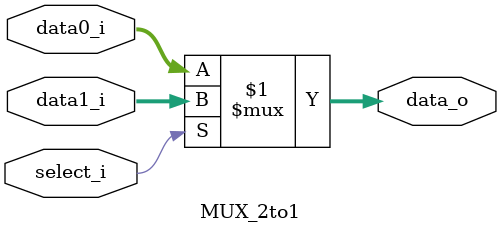
<source format=v>
/***************************************************
Student Name: 
Student ID: 
***************************************************/

`timescale 1ns/1ps

module MUX_2to1(
	input  [31:0] data0_i,       
	input  [31:0] data1_i,
	input         select_i,
	output [31:0] data_o
    );			   

/* Write your code HERE */
assign data_o = select_i ? data1_i : data0_i;

endmodule      
          
</source>
